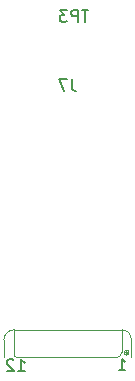
<source format=gbr>
G04 #@! TF.GenerationSoftware,KiCad,Pcbnew,(5.1.6)-1*
G04 #@! TF.CreationDate,2020-05-24T14:26:43-05:00*
G04 #@! TF.ProjectId,nrf,6e72662e-6b69-4636-9164-5f7063625858,rev?*
G04 #@! TF.SameCoordinates,Original*
G04 #@! TF.FileFunction,Legend,Bot*
G04 #@! TF.FilePolarity,Positive*
%FSLAX46Y46*%
G04 Gerber Fmt 4.6, Leading zero omitted, Abs format (unit mm)*
G04 Created by KiCad (PCBNEW (5.1.6)-1) date 2020-05-24 14:26:43*
%MOMM*%
%LPD*%
G01*
G04 APERTURE LIST*
%ADD10C,0.100000*%
%ADD11C,0.150000*%
G04 APERTURE END LIST*
D10*
X139500000Y-121700000D02*
X135000000Y-121700000D01*
X139500000Y-121700000D02*
X144150000Y-121700000D01*
X134100000Y-122600000D02*
X134100000Y-124000000D01*
X144900000Y-122450000D02*
X144900000Y-124000000D01*
X135250000Y-124050000D02*
X143650000Y-124050000D01*
X144100000Y-121700000D02*
X144100000Y-123600000D01*
X134950000Y-121700000D02*
X134950000Y-123750000D01*
X144550000Y-123650000D02*
G75*
G03*
X144550000Y-123650000I-50000J0D01*
G01*
X144611803Y-123650000D02*
G75*
G03*
X144611803Y-123650000I-111803J0D01*
G01*
X144706155Y-123650000D02*
G75*
G03*
X144706155Y-123650000I-206155J0D01*
G01*
X135000000Y-121700000D02*
G75*
G03*
X134100000Y-122600000I0J-900000D01*
G01*
X144900000Y-122450000D02*
G75*
G03*
X144150000Y-121700000I-750000J0D01*
G01*
X143650000Y-124050000D02*
G75*
G03*
X144100000Y-123600000I0J450000D01*
G01*
X134950000Y-123750000D02*
G75*
G03*
X135250000Y-124050000I300000J0D01*
G01*
D11*
X139833333Y-100452380D02*
X139833333Y-101166666D01*
X139880952Y-101309523D01*
X139976190Y-101404761D01*
X140119047Y-101452380D01*
X140214285Y-101452380D01*
X139452380Y-100452380D02*
X138785714Y-100452380D01*
X139214285Y-101452380D01*
X143814285Y-125152380D02*
X144385714Y-125152380D01*
X144100000Y-125152380D02*
X144100000Y-124152380D01*
X144195238Y-124295238D01*
X144290476Y-124390476D01*
X144385714Y-124438095D01*
X135290476Y-125202380D02*
X135861904Y-125202380D01*
X135576190Y-125202380D02*
X135576190Y-124202380D01*
X135671428Y-124345238D01*
X135766666Y-124440476D01*
X135861904Y-124488095D01*
X134909523Y-124297619D02*
X134861904Y-124250000D01*
X134766666Y-124202380D01*
X134528571Y-124202380D01*
X134433333Y-124250000D01*
X134385714Y-124297619D01*
X134338095Y-124392857D01*
X134338095Y-124488095D01*
X134385714Y-124630952D01*
X134957142Y-125202380D01*
X134338095Y-125202380D01*
X141261904Y-94652380D02*
X140690476Y-94652380D01*
X140976190Y-95652380D02*
X140976190Y-94652380D01*
X140357142Y-95652380D02*
X140357142Y-94652380D01*
X139976190Y-94652380D01*
X139880952Y-94700000D01*
X139833333Y-94747619D01*
X139785714Y-94842857D01*
X139785714Y-94985714D01*
X139833333Y-95080952D01*
X139880952Y-95128571D01*
X139976190Y-95176190D01*
X140357142Y-95176190D01*
X139452380Y-94652380D02*
X138833333Y-94652380D01*
X139166666Y-95033333D01*
X139023809Y-95033333D01*
X138928571Y-95080952D01*
X138880952Y-95128571D01*
X138833333Y-95223809D01*
X138833333Y-95461904D01*
X138880952Y-95557142D01*
X138928571Y-95604761D01*
X139023809Y-95652380D01*
X139309523Y-95652380D01*
X139404761Y-95604761D01*
X139452380Y-95557142D01*
M02*

</source>
